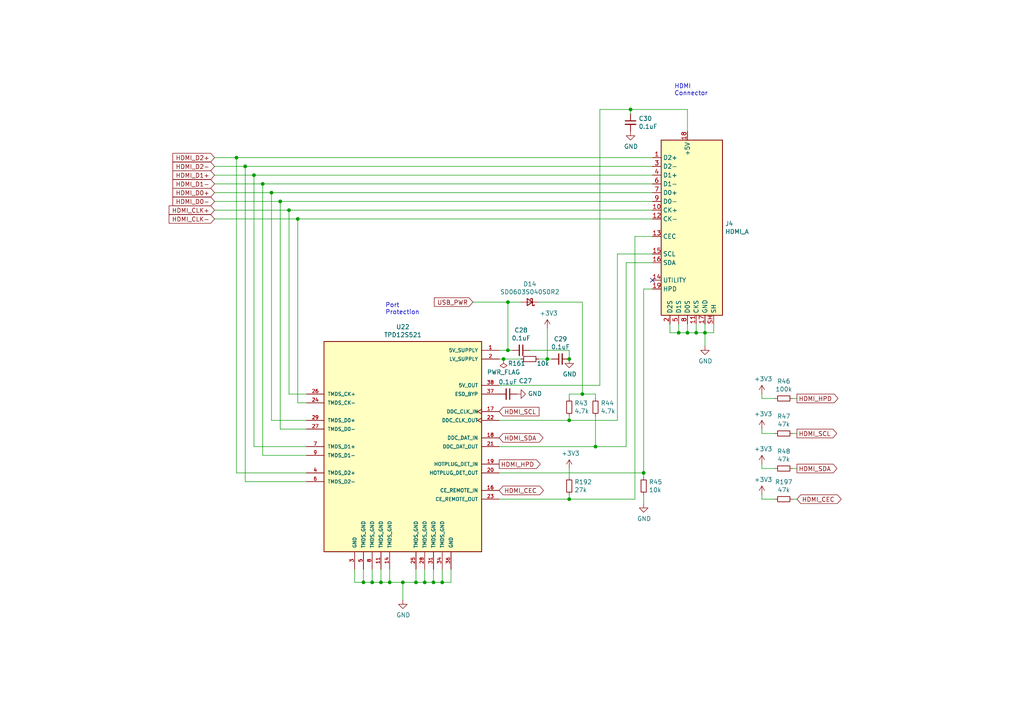
<source format=kicad_sch>
(kicad_sch (version 20211123) (generator eeschema)
  (paper "A4")
  (title_block (title "MNT Reform 2 External Display") (date "2022-10-12") (rev "2.5D-1") (company "MNT Research GmbH") (comment 1 "https://mntre.com") (comment 2 "Engineer: Lukas F. Hartmann") (comment 3 "License: CERN-OHL-S 2.0"))
  (lib_symbols
    (symbol "Device:C_Small" (pin_numbers hide) (pin_names (offset 0.254) hide)
      (property "Reference" "C" (at 0.254 1.778 0))
      (property "Value" "C_Small" (at 0.254 -2.032 0))
      (symbol "C_Small_0_1"
        (polyline (pts (xy -1.524 -0.508) (xy 1.524 -0.508)) (stroke (width 0.3302)))
        (polyline (pts (xy -1.524 0.508) (xy 1.524 0.508)) (stroke (width 0.3048)))
      )
      (symbol "C_Small_1_1"
        (pin passive line (at 0 2.54 270) (length 2.032) (name "~") (number "1"))
        (pin passive line (at 0 -2.54 90) (length 2.032) (name "~") (number "2"))
      )
    )
    (symbol "Device:D_Schottky_Small" (pin_numbers hide) (pin_names (offset 0.254) hide)
      (property "Reference" "D" (at -1.27 2.032 0))
      (property "Value" "D_Schottky_Small" (at -7.112 -2.032 0))
      (symbol "D_Schottky_Small_0_1"
        (polyline (pts (xy -0.762 0) (xy 0.762 0)))
        (polyline (pts (xy 0.762 -1.016) (xy -0.762 0) (xy 0.762 1.016) (xy 0.762 -1.016)) (stroke (width 0.254)))
        (polyline (pts (xy -1.27 0.762) (xy -1.27 1.016) (xy -0.762 1.016) (xy -0.762 -1.016) (xy -0.254 -1.016) (xy -0.254 -0.762)) (stroke (width 0.254)))
      )
      (symbol "D_Schottky_Small_1_1"
        (pin passive line (at -2.54 0 0) (length 1.778) (name "K") (number "1"))
        (pin passive line (at 2.54 0 180) (length 1.778) (name "A") (number "2"))
      )
    )
    (symbol "Device:R_Small" (pin_numbers hide) (pin_names (offset 0.254) hide)
      (property "Reference" "R" (at 0.762 0.508 0))
      (property "Value" "R_Small" (at 0.762 -1.016 0))
      (symbol "R_Small_0_1"
        (rectangle (start -0.762 1.778) (end 0.762 -1.778) (stroke (width 0.2032)))
      )
      (symbol "R_Small_1_1"
        (pin passive line (at 0 2.54 270) (length 0.762) (name "~") (number "1"))
        (pin passive line (at 0 -2.54 90) (length 0.762) (name "~") (number "2"))
      )
    )
    (symbol "power:+3V3" (power) (pin_names (offset 0))
      (property "Value" "+3V3" (at 0 3.556 0))
      (symbol "+3V3_0_1"
        (polyline (pts (xy -0.762 1.27) (xy 0 2.54)))
        (polyline (pts (xy 0 0) (xy 0 2.54)))
        (polyline (pts (xy 0 2.54) (xy 0.762 1.27)))
      )
      (symbol "+3V3_1_1"
        (pin power_in line (at 0 0 90) (length 0) hide (name "+3V3") (number "1"))
      )
    )
    (symbol "power:GND" (power) (pin_names (offset 0))
      (property "Value" "GND" (at 0 -3.81 0))
      (symbol "GND_0_1"
        (polyline (pts (xy 0 0) (xy 0 -1.27) (xy 1.27 -1.27) (xy 0 -2.54) (xy -1.27 -1.27) (xy 0 -1.27)))
      )
      (symbol "GND_1_1"
        (pin power_in line (at 0 0 270) (length 0) hide (name "GND") (number "1"))
      )
    )
    (symbol "power:PWR_FLAG" (power) (pin_numbers hide) (pin_names (offset 0) hide)
      (property "Value" "PWR_FLAG" (at 0 3.81 0))
      (symbol "PWR_FLAG_0_0"
        (pin power_out line (at 0 0 90) (length 0) (name "pwr") (number "1"))
      )
      (symbol "PWR_FLAG_0_1"
        (polyline (pts (xy 0 0) (xy 0 1.27) (xy -1.016 1.905) (xy 0 2.54) (xy 1.016 1.905) (xy 0 1.27)))
      )
    )
    (symbol "reform2-motherboard-rescue:HDMI_A-nologo"
      (property "Reference" "J" (at -6.35 26.67 0))
      (property "Value" "HDMI_A-nologo" (at 10.16 26.67 0))
      (symbol "HDMI_A-nologo_0_1"
        (rectangle (start -7.62 25.4) (end 10.16 -25.4) (stroke (width 0.254)) (fill (type background)))
      )
      (symbol "HDMI_A-nologo_1_1"
        (pin passive line (at -10.16 20.32 0) (length 2.54) (name "D2+") (number "1"))
        (pin passive line (at -10.16 5.08 0) (length 2.54) (name "CK+") (number "10"))
        (pin power_in line (at 2.54 -27.94 90) (length 2.54) (name "CKS") (number "11"))
        (pin passive line (at -10.16 2.54 0) (length 2.54) (name "CK-") (number "12"))
        (pin bidirectional line (at -10.16 -2.54 0) (length 2.54) (name "CEC") (number "13"))
        (pin passive line (at -10.16 -15.24 0) (length 2.54) (name "UTILITY") (number "14"))
        (pin passive line (at -10.16 -7.62 0) (length 2.54) (name "SCL") (number "15"))
        (pin bidirectional line (at -10.16 -10.16 0) (length 2.54) (name "SDA") (number "16"))
        (pin power_in line (at 5.08 -27.94 90) (length 2.54) (name "GND") (number "17"))
        (pin power_in line (at 0 27.94 270) (length 2.54) (name "+5V") (number "18"))
        (pin passive line (at -10.16 -17.78 0) (length 2.54) (name "HPD") (number "19"))
        (pin power_in line (at -5.08 -27.94 90) (length 2.54) (name "D2S") (number "2"))
        (pin passive line (at -10.16 17.78 0) (length 2.54) (name "D2-") (number "3"))
        (pin passive line (at -10.16 15.24 0) (length 2.54) (name "D1+") (number "4"))
        (pin power_in line (at -2.54 -27.94 90) (length 2.54) (name "D1S") (number "5"))
        (pin passive line (at -10.16 12.7 0) (length 2.54) (name "D1-") (number "6"))
        (pin passive line (at -10.16 10.16 0) (length 2.54) (name "D0+") (number "7"))
        (pin power_in line (at 0 -27.94 90) (length 2.54) (name "D0S") (number "8"))
        (pin passive line (at -10.16 7.62 0) (length 2.54) (name "D0-") (number "9"))
        (pin passive line (at 7.62 -27.94 90) (length 2.54) (name "SH") (number "SH"))
      )
    )
    (symbol "reform2:CM2020-00TR" (pin_names (offset 1.016))
      (property "Reference" "U?" (at -22.9362 31.5976 0))
      (property "Value" "CM2020-00TR" (at -7.62 22.86 0))
      (symbol "CM2020-00TR_0_0"
        (rectangle (start -22.86 30.48) (end 22.86 -30.48) (stroke (width 0.254)) (fill (type background)))
        (pin power_in line (at 27.94 27.94 180) (length 5.08) (name "5V_SUPPLY") (number "1"))
        (pin input line (at -27.94 7.62 0) (length 5.08) hide (name "TMDS_D0+") (number "10"))
        (pin power_in line (at -6.35 -35.56 90) (length 5.08) (name "TMDS_GND") (number "11"))
        (pin input line (at -27.94 5.08 0) (length 5.08) hide (name "TMDS_D0-") (number "12"))
        (pin input line (at -27.94 15.24 0) (length 5.08) hide (name "TMDS_CK+") (number "13"))
        (pin power_in line (at -3.81 -35.56 90) (length 5.08) (name "TMDS_GND") (number "14"))
        (pin input line (at -27.94 12.7 0) (length 5.08) hide (name "TMDS_CK-") (number "15"))
        (pin input line (at 27.94 -12.7 180) (length 5.08) (name "CE_REMOTE_IN") (number "16"))
        (pin input clock (at 27.94 10.16 180) (length 5.08) (name "DDC_CLK_IN") (number "17"))
        (pin input line (at 27.94 2.54 180) (length 5.08) (name "DDC_DAT_IN") (number "18"))
        (pin input line (at 27.94 -5.08 180) (length 5.08) (name "HOTPLUG_DET_IN") (number "19"))
        (pin power_in line (at 27.94 25.4 180) (length 5.08) (name "LV_SUPPLY") (number "2"))
        (pin output line (at 27.94 -7.62 180) (length 5.08) (name "HOTPLUG_DET_OUT") (number "20"))
        (pin output line (at 27.94 0 180) (length 5.08) (name "DDC_DAT_OUT") (number "21"))
        (pin output clock (at 27.94 7.62 180) (length 5.08) (name "DDC_CLK_OUT") (number "22"))
        (pin output line (at 27.94 -15.24 180) (length 5.08) (name "CE_REMOTE_OUT") (number "23"))
        (pin input line (at -27.94 12.7 0) (length 5.08) (name "TMDS_CK-") (number "24"))
        (pin power_in line (at 3.81 -35.56 90) (length 5.08) (name "TMDS_GND") (number "25"))
        (pin input line (at -27.94 15.24 0) (length 5.08) (name "TMDS_CK+") (number "26"))
        (pin input line (at -27.94 5.08 0) (length 5.08) (name "TMDS_D0-") (number "27"))
        (pin power_in line (at 6.35 -35.56 90) (length 5.08) (name "TMDS_GND") (number "28"))
        (pin input line (at -27.94 7.62 0) (length 5.08) (name "TMDS_D0+") (number "29"))
        (pin power_in line (at -13.97 -35.56 90) (length 5.08) (name "GND") (number "3"))
        (pin input line (at -27.94 -2.54 0) (length 5.08) hide (name "TMDS_D1-") (number "30"))
        (pin power_in line (at 8.89 -35.56 90) (length 5.08) (name "TMDS_GND") (number "31"))
        (pin input line (at -27.94 0 0) (length 5.08) hide (name "TMDS_D1+") (number "32"))
        (pin input line (at -27.94 -10.16 0) (length 5.08) hide (name "TMDS_D2-") (number "33"))
        (pin power_in line (at 11.43 -35.56 90) (length 5.08) (name "TMDS_GND") (number "34"))
        (pin input line (at -27.94 -7.62 0) (length 5.08) hide (name "TMDS_D2+") (number "35"))
        (pin power_in line (at 13.97 -35.56 90) (length 5.08) (name "GND") (number "36"))
        (pin passive line (at 27.94 15.24 180) (length 5.08) (name "ESD_BYP") (number "37"))
        (pin output line (at 27.94 17.78 180) (length 5.08) (name "5V_OUT") (number "38"))
        (pin input line (at -27.94 -7.62 0) (length 5.08) (name "TMDS_D2+") (number "4"))
        (pin power_in line (at -11.43 -35.56 90) (length 5.08) (name "TMDS_GND") (number "5"))
        (pin input line (at -27.94 -10.16 0) (length 5.08) (name "TMDS_D2-") (number "6"))
        (pin input line (at -27.94 0 0) (length 5.08) (name "TMDS_D1+") (number "7"))
        (pin power_in line (at -8.89 -35.56 90) (length 5.08) (name "TMDS_GND") (number "8"))
        (pin input line (at -27.94 -2.54 0) (length 5.08) (name "TMDS_D1-") (number "9"))
      )
    )
  )
  (junction (at 125.73 168.91))
  (junction (at 110.49 168.91))
  (junction (at 81.28 58.42))
  (junction (at 68.58 45.72))
  (junction (at 201.93 96.52))
  (junction (at 76.2 53.34))
  (junction (at 71.12 48.26))
  (junction (at 158.75 104.14))
  (junction (at 78.74 55.88))
  (junction (at 165.1 121.92))
  (junction (at 199.39 96.52))
  (junction (at 147.32 87.63))
  (junction (at 73.66 50.8))
  (junction (at 172.72 129.54))
  (junction (at 86.36 63.5))
  (junction (at 165.1 144.78))
  (junction (at 123.19 168.91))
  (junction (at 146.05 104.14))
  (junction (at 128.27 168.91))
  (junction (at 113.03 168.91))
  (junction (at 83.82 60.96))
  (junction (at 196.85 96.52))
  (junction (at 120.65 168.91))
  (junction (at 168.91 114.3))
  (junction (at 182.88 31.75))
  (junction (at 107.95 168.91))
  (junction (at 105.41 168.91))
  (junction (at 165.1 104.14))
  (junction (at 186.69 137.16))
  (junction (at 204.47 96.52))
  (junction (at 147.32 101.6))
  (junction (at 116.84 168.91))
  (no_connect (at 189.23 81.28))
  (wire (pts (xy 158.75 95.25) (xy 158.75 104.14)))
  (wire (pts (xy 125.73 165.1) (xy 125.73 168.91)))
  (wire (pts (xy 201.93 96.52) (xy 204.47 96.52)))
  (wire (pts (xy 107.95 165.1) (xy 107.95 168.91)))
  (wire (pts (xy 153.67 101.6) (xy 165.1 101.6)))
  (wire (pts (xy 88.9 137.16) (xy 68.58 137.16)))
  (wire (pts (xy 78.74 121.92) (xy 78.74 55.88)))
  (wire (pts (xy 137.16 87.63) (xy 147.32 87.63)))
  (wire (pts (xy 184.15 144.78) (xy 184.15 68.58)))
  (wire (pts (xy 172.72 115.57) (xy 172.72 114.3)))
  (wire (pts (xy 172.72 129.54) (xy 181.61 129.54)))
  (wire (pts (xy 144.78 129.54) (xy 172.72 129.54)))
  (wire (pts (xy 62.23 45.72) (xy 68.58 45.72)))
  (wire (pts (xy 182.88 31.75) (xy 199.39 31.75)))
  (wire (pts (xy 88.9 132.08) (xy 76.2 132.08)))
  (wire (pts (xy 207.01 96.52) (xy 207.01 93.98)))
  (wire (pts (xy 168.91 87.63) (xy 168.91 114.3)))
  (wire (pts (xy 201.93 93.98) (xy 201.93 96.52)))
  (wire (pts (xy 116.84 168.91) (xy 116.84 173.99)))
  (wire (pts (xy 224.79 125.73) (xy 220.98 125.73)))
  (wire (pts (xy 189.23 63.5) (xy 86.36 63.5)))
  (wire (pts (xy 194.31 96.52) (xy 196.85 96.52)))
  (wire (pts (xy 182.88 33.02) (xy 182.88 31.75)))
  (wire (pts (xy 86.36 116.84) (xy 86.36 63.5)))
  (wire (pts (xy 88.9 116.84) (xy 86.36 116.84)))
  (wire (pts (xy 165.1 114.3) (xy 165.1 115.57)))
  (wire (pts (xy 73.66 50.8) (xy 189.23 50.8)))
  (wire (pts (xy 88.9 114.3) (xy 83.82 114.3)))
  (wire (pts (xy 62.23 55.88) (xy 78.74 55.88)))
  (wire (pts (xy 144.78 137.16) (xy 186.69 137.16)))
  (wire (pts (xy 88.9 121.92) (xy 78.74 121.92)))
  (wire (pts (xy 189.23 53.34) (xy 76.2 53.34)))
  (wire (pts (xy 196.85 93.98) (xy 196.85 96.52)))
  (wire (pts (xy 78.74 55.88) (xy 189.23 55.88)))
  (wire (pts (xy 229.87 125.73) (xy 231.14 125.73)))
  (wire (pts (xy 229.87 144.78) (xy 231.14 144.78)))
  (wire (pts (xy 76.2 53.34) (xy 62.23 53.34)))
  (wire (pts (xy 88.9 129.54) (xy 73.66 129.54)))
  (wire (pts (xy 147.32 87.63) (xy 147.32 101.6)))
  (wire (pts (xy 181.61 76.2) (xy 189.23 76.2)))
  (wire (pts (xy 204.47 96.52) (xy 204.47 100.33)))
  (wire (pts (xy 130.81 168.91) (xy 130.81 165.1)))
  (wire (pts (xy 144.78 111.76) (xy 173.99 111.76)))
  (wire (pts (xy 224.79 115.57) (xy 220.98 115.57)))
  (wire (pts (xy 71.12 139.7) (xy 71.12 48.26)))
  (wire (pts (xy 105.41 168.91) (xy 107.95 168.91)))
  (wire (pts (xy 224.79 144.78) (xy 220.98 144.78)))
  (wire (pts (xy 110.49 165.1) (xy 110.49 168.91)))
  (wire (pts (xy 172.72 120.65) (xy 172.72 129.54)))
  (wire (pts (xy 113.03 168.91) (xy 116.84 168.91)))
  (wire (pts (xy 173.99 111.76) (xy 173.99 31.75)))
  (wire (pts (xy 165.1 144.78) (xy 184.15 144.78)))
  (wire (pts (xy 204.47 93.98) (xy 204.47 96.52)))
  (wire (pts (xy 68.58 137.16) (xy 68.58 45.72)))
  (wire (pts (xy 186.69 137.16) (xy 186.69 83.82)))
  (wire (pts (xy 71.12 48.26) (xy 62.23 48.26)))
  (wire (pts (xy 186.69 143.51) (xy 186.69 146.05)))
  (wire (pts (xy 120.65 165.1) (xy 120.65 168.91)))
  (wire (pts (xy 116.84 168.91) (xy 120.65 168.91)))
  (wire (pts (xy 156.21 87.63) (xy 168.91 87.63)))
  (wire (pts (xy 102.87 168.91) (xy 105.41 168.91)))
  (wire (pts (xy 125.73 168.91) (xy 128.27 168.91)))
  (wire (pts (xy 76.2 132.08) (xy 76.2 53.34)))
  (wire (pts (xy 123.19 168.91) (xy 125.73 168.91)))
  (wire (pts (xy 165.1 120.65) (xy 165.1 121.92)))
  (wire (pts (xy 158.75 104.14) (xy 156.21 104.14)))
  (wire (pts (xy 220.98 135.89) (xy 220.98 134.62)))
  (wire (pts (xy 86.36 63.5) (xy 62.23 63.5)))
  (wire (pts (xy 196.85 96.52) (xy 199.39 96.52)))
  (wire (pts (xy 186.69 138.43) (xy 186.69 137.16)))
  (wire (pts (xy 220.98 144.78) (xy 220.98 143.51)))
  (wire (pts (xy 62.23 60.96) (xy 83.82 60.96)))
  (wire (pts (xy 229.87 135.89) (xy 231.14 135.89)))
  (wire (pts (xy 148.59 101.6) (xy 147.32 101.6)))
  (wire (pts (xy 147.32 101.6) (xy 144.78 101.6)))
  (wire (pts (xy 168.91 114.3) (xy 165.1 114.3)))
  (wire (pts (xy 189.23 48.26) (xy 71.12 48.26)))
  (wire (pts (xy 107.95 168.91) (xy 110.49 168.91)))
  (wire (pts (xy 105.41 165.1) (xy 105.41 168.91)))
  (wire (pts (xy 151.13 104.14) (xy 146.05 104.14)))
  (wire (pts (xy 88.9 139.7) (xy 71.12 139.7)))
  (wire (pts (xy 165.1 121.92) (xy 179.07 121.92)))
  (wire (pts (xy 172.72 114.3) (xy 168.91 114.3)))
  (wire (pts (xy 165.1 138.43) (xy 165.1 135.89)))
  (wire (pts (xy 113.03 165.1) (xy 113.03 168.91)))
  (wire (pts (xy 83.82 60.96) (xy 189.23 60.96)))
  (wire (pts (xy 144.78 121.92) (xy 165.1 121.92)))
  (wire (pts (xy 128.27 168.91) (xy 130.81 168.91)))
  (wire (pts (xy 194.31 93.98) (xy 194.31 96.52)))
  (wire (pts (xy 181.61 129.54) (xy 181.61 76.2)))
  (wire (pts (xy 128.27 165.1) (xy 128.27 168.91)))
  (wire (pts (xy 189.23 58.42) (xy 81.28 58.42)))
  (wire (pts (xy 199.39 96.52) (xy 201.93 96.52)))
  (wire (pts (xy 173.99 31.75) (xy 182.88 31.75)))
  (wire (pts (xy 73.66 129.54) (xy 73.66 50.8)))
  (wire (pts (xy 102.87 165.1) (xy 102.87 168.91)))
  (wire (pts (xy 123.19 165.1) (xy 123.19 168.91)))
  (wire (pts (xy 204.47 96.52) (xy 207.01 96.52)))
  (wire (pts (xy 120.65 168.91) (xy 123.19 168.91)))
  (wire (pts (xy 81.28 124.46) (xy 81.28 58.42)))
  (wire (pts (xy 88.9 124.46) (xy 81.28 124.46)))
  (wire (pts (xy 110.49 168.91) (xy 113.03 168.91)))
  (wire (pts (xy 165.1 143.51) (xy 165.1 144.78)))
  (wire (pts (xy 62.23 50.8) (xy 73.66 50.8)))
  (wire (pts (xy 165.1 101.6) (xy 165.1 104.14)))
  (wire (pts (xy 186.69 83.82) (xy 189.23 83.82)))
  (wire (pts (xy 179.07 121.92) (xy 179.07 73.66)))
  (wire (pts (xy 68.58 45.72) (xy 189.23 45.72)))
  (wire (pts (xy 160.02 104.14) (xy 158.75 104.14)))
  (wire (pts (xy 147.32 87.63) (xy 151.13 87.63)))
  (wire (pts (xy 224.79 135.89) (xy 220.98 135.89)))
  (wire (pts (xy 184.15 68.58) (xy 189.23 68.58)))
  (wire (pts (xy 220.98 125.73) (xy 220.98 124.46)))
  (wire (pts (xy 199.39 93.98) (xy 199.39 96.52)))
  (wire (pts (xy 220.98 115.57) (xy 220.98 114.3)))
  (wire (pts (xy 179.07 73.66) (xy 189.23 73.66)))
  (wire (pts (xy 199.39 31.75) (xy 199.39 38.1)))
  (wire (pts (xy 83.82 114.3) (xy 83.82 60.96)))
  (wire (pts (xy 229.87 115.57) (xy 231.14 115.57)))
  (wire (pts (xy 146.05 104.14) (xy 144.78 104.14)))
  (wire (pts (xy 144.78 144.78) (xy 165.1 144.78)))
  (wire (pts (xy 81.28 58.42) (xy 62.23 58.42)))
  (text "HDMI\nConnector" (at 195.58 27.94 0) (effects (font (size 1.27 1.27)) (justify left bottom)))
  (text "Port\nProtection" (at 111.76 91.44 0) (effects (font (size 1.27 1.27)) (justify left bottom)))
  (global_label "HDMI_HPD" (shape output) (at 231.14 115.57 0) (property "Intersheet References" "${INTERSHEET_REFS}" (effects hide)))
  (global_label "HDMI_D1+" (shape input) (at 62.23 50.8 180) (property "Intersheet References" "${INTERSHEET_REFS}" (effects hide)))
  (global_label "HDMI_SCL" (shape input) (at 144.78 119.38 0) (property "Intersheet References" "${INTERSHEET_REFS}" (effects hide)))
  (global_label "HDMI_D2-" (shape input) (at 62.23 48.26 180) (property "Intersheet References" "${INTERSHEET_REFS}" (effects hide)))
  (global_label "HDMI_D1-" (shape input) (at 62.23 53.34 180) (property "Intersheet References" "${INTERSHEET_REFS}" (effects hide)))
  (global_label "HDMI_SCL" (shape output) (at 231.14 125.73 0) (property "Intersheet References" "${INTERSHEET_REFS}" (effects hide)))
  (global_label "HDMI_SDA" (shape bidirectional) (at 144.78 127 0) (property "Intersheet References" "${INTERSHEET_REFS}" (effects hide)))
  (global_label "HDMI_SDA" (shape output) (at 231.14 135.89 0) (property "Intersheet References" "${INTERSHEET_REFS}" (effects hide)))
  (global_label "HDMI_D0+" (shape input) (at 62.23 55.88 180) (property "Intersheet References" "${INTERSHEET_REFS}" (effects hide)))
  (global_label "HDMI_CEC" (shape bidirectional) (at 144.78 142.24 0) (property "Intersheet References" "${INTERSHEET_REFS}" (effects hide)))
  (global_label "HDMI_D2+" (shape input) (at 62.23 45.72 180) (property "Intersheet References" "${INTERSHEET_REFS}" (effects hide)))
  (global_label "HDMI_CLK+" (shape input) (at 62.23 60.96 180) (property "Intersheet References" "${INTERSHEET_REFS}" (effects hide)))
  (global_label "USB_PWR" (shape input) (at 137.16 87.63 180) (property "Intersheet References" "${INTERSHEET_REFS}" (effects hide)))
  (global_label "HDMI_D0-" (shape input) (at 62.23 58.42 180) (property "Intersheet References" "${INTERSHEET_REFS}" (effects hide)))
  (global_label "HDMI_HPD" (shape output) (at 144.78 134.62 0) (property "Intersheet References" "${INTERSHEET_REFS}" (effects hide)))
  (global_label "HDMI_CEC" (shape bidirectional) (at 231.14 144.78 0) (property "Intersheet References" "${INTERSHEET_REFS}" (effects hide)))
  (global_label "HDMI_CLK-" (shape input) (at 62.23 63.5 180) (property "Intersheet References" "${INTERSHEET_REFS}" (effects hide)))
  (symbol (lib_id "reform2-motherboard-rescue:HDMI_A-nologo") (at 199.39 66.04 0) (unit 1)
    (property "Reference" "J4" (at 210.312 64.8716 0) (effects (justify left)))
    (property "Value" "HDMI_A" (at 210.312 67.183 0) (effects (justify left)))
    (property "Footprint" "footprints:HDMI-685119134923" (effects hide))
    (property "Datasheet" "https://en.wikipedia.org/wiki/HDMI" (effects hide))
    (property "Manufacturer" "Wurth" (effects hide))
    (property "Manufacturer_No" "685119134923" (effects hide))
    (property "Checked" "y" (effects hide))
    (property "Distributor" "Mouser" (effects hide))
  )
  (symbol (lib_id "reform2:CM2020-00TR") (at 116.84 129.54 0) (unit 1)
    (property "Reference" "U22" (at 116.84 94.8182 0))
    (property "Value" "TPD12S521" (at 116.84 97.1296 0))
    (property "Footprint" "footprints:TSSOP50P640X120-38N" (effects hide))
    (property "Manufacturer" "Texas Instruments" (effects hide))
    (property "Manufacturer_No" "TPD12S521" (effects hide))
    (property "Checked" "y" (effects hide))
    (property "Distributor" "Mouser" (effects hide))
  )
  (symbol (lib_id "power:GND") (at 116.84 173.99 0) (unit 1)
    (property "Reference" "#PWR0156" (effects hide))
    (property "Value" "GND" (at 116.967 178.3842 0))
  )
  (symbol (lib_id "power:GND") (at 204.47 100.33 0) (unit 1)
    (property "Reference" "#PWR0157" (effects hide))
    (property "Value" "GND" (at 204.597 104.7242 0))
  )
  (symbol (lib_id "Device:R_Small") (at 186.69 140.97 0) (unit 1)
    (property "Reference" "R45" (at 188.1886 139.8016 0) (effects (justify left)))
    (property "Value" "10k" (at 188.1886 142.113 0) (effects (justify left)))
    (property "Footprint" "Resistor_SMD:R_0603_1608Metric" (effects hide))
    (property "Manufacturer" "Yageo" (effects hide))
    (property "Manufacturer_No" "RC0603FR-0710KL" (effects hide))
    (property "Checked" "y" (effects hide))
  )
  (symbol (lib_id "power:GND") (at 186.69 146.05 0) (unit 1)
    (property "Reference" "#PWR0158" (effects hide))
    (property "Value" "GND" (at 186.817 150.4442 0))
  )
  (symbol (lib_id "Device:C_Small") (at 182.88 35.56 0) (unit 1)
    (property "Reference" "C30" (at 185.2168 34.3916 0) (effects (justify left)))
    (property "Value" "0.1uF" (at 185.2168 36.703 0) (effects (justify left)))
    (property "Footprint" "Capacitor_SMD:C_0603_1608Metric" (effects hide))
    (property "Manufacturer" "Yageo" (effects hide))
    (property "Manufacturer_No" "CC0603JPX7R9BB104" (effects hide))
    (property "Checked" "y" (effects hide))
  )
  (symbol (lib_id "power:GND") (at 182.88 38.1 0) (unit 1)
    (property "Reference" "#PWR0159" (effects hide))
    (property "Value" "GND" (at 183.007 42.4942 0))
  )
  (symbol (lib_id "Device:R_Small") (at 165.1 118.11 0) (unit 1)
    (property "Reference" "R43" (at 166.5986 116.9416 0) (effects (justify left)))
    (property "Value" "4.7k" (at 166.5986 119.253 0) (effects (justify left)))
    (property "Footprint" "Resistor_SMD:R_0603_1608Metric" (effects hide))
    (property "Manufacturer" "Yageo" (effects hide))
    (property "Manufacturer_No" "RC0603FR-074K7L" (effects hide))
    (property "Checked" "y" (effects hide))
    (property "Distributor" "Mouser" (effects hide))
  )
  (symbol (lib_id "Device:R_Small") (at 172.72 118.11 0) (unit 1)
    (property "Reference" "R44" (at 174.2186 116.9416 0) (effects (justify left)))
    (property "Value" "4.7k" (at 174.2186 119.253 0) (effects (justify left)))
    (property "Footprint" "Resistor_SMD:R_0603_1608Metric" (effects hide))
    (property "Manufacturer" "Yageo" (effects hide))
    (property "Manufacturer_No" "RC0603FR-074K7L" (effects hide))
    (property "Checked" "y" (effects hide))
    (property "Distributor" "Mouser" (effects hide))
  )
  (symbol (lib_id "power:+3V3") (at 158.75 95.25 0) (unit 1)
    (property "Reference" "#PWR0163" (effects hide))
    (property "Value" "+3V3" (at 159.131 90.8558 0))
  )
  (symbol (lib_id "Device:C_Small") (at 162.56 104.14 90) (unit 1)
    (property "Reference" "C29" (at 162.56 98.3234 90))
    (property "Value" "0.1uF" (at 162.56 100.6348 90))
    (property "Footprint" "Capacitor_SMD:C_0603_1608Metric" (effects hide))
    (property "Manufacturer" "Yageo" (effects hide))
    (property "Manufacturer_No" "CC0603JPX7R9BB104" (effects hide))
    (property "Checked" "y" (effects hide))
  )
  (symbol (lib_id "power:GND") (at 165.1 104.14 0) (unit 1)
    (property "Reference" "#PWR0164" (effects hide))
    (property "Value" "GND" (at 165.227 108.5342 0))
  )
  (symbol (lib_id "Device:C_Small") (at 151.13 101.6 270) (unit 1)
    (property "Reference" "C28" (at 151.13 95.7834 90))
    (property "Value" "0.1uF" (at 151.13 98.0948 90))
    (property "Footprint" "Capacitor_SMD:C_0603_1608Metric" (effects hide))
    (property "Manufacturer" "Yageo" (effects hide))
    (property "Manufacturer_No" "CC0603JPX7R9BB104" (effects hide))
    (property "Checked" "y" (effects hide))
  )
  (symbol (lib_id "power:+3V3") (at 220.98 114.3 0) (unit 1)
    (property "Reference" "#PWR0166" (effects hide))
    (property "Value" "+3V3" (at 221.361 109.9058 0))
  )
  (symbol (lib_id "Device:R_Small") (at 227.33 115.57 270) (unit 1)
    (property "Reference" "R46" (at 227.33 110.5916 90))
    (property "Value" "100k" (at 227.33 112.903 90))
    (property "Footprint" "Resistor_SMD:R_0603_1608Metric" (effects hide))
    (property "Manufacturer" "Vishay Dale" (effects hide))
    (property "Manufacturer_No" "CRCW0603100KJNEAC" (effects hide))
    (property "Distributor" "Mouser" (effects hide))
    (property "Checked" "y" (effects hide))
  )
  (symbol (lib_id "Device:C_Small") (at 147.32 114.3 270) (unit 1)
    (property "Reference" "C27" (at 152.4 110.49 90))
    (property "Value" "0.1uF" (at 147.32 110.7948 90))
    (property "Footprint" "Capacitor_SMD:C_0603_1608Metric" (effects hide))
    (property "Manufacturer" "Yageo" (effects hide))
    (property "Manufacturer_No" "CC0603JPX7R9BB104" (effects hide))
    (property "Checked" "y" (effects hide))
  )
  (symbol (lib_id "power:GND") (at 149.86 114.3 90) (unit 1)
    (property "Reference" "#PWR0167" (effects hide))
    (property "Value" "GND" (at 153.1112 114.173 90) (effects (justify right)))
  )
  (symbol (lib_id "power:+3V3") (at 220.98 124.46 0) (unit 1)
    (property "Reference" "#PWR0168" (effects hide))
    (property "Value" "+3V3" (at 221.361 120.0658 0))
  )
  (symbol (lib_id "Device:R_Small") (at 227.33 125.73 270) (unit 1)
    (property "Reference" "R47" (at 227.33 120.7516 90))
    (property "Value" "47k" (at 227.33 123.063 90))
    (property "Footprint" "Resistor_SMD:R_0603_1608Metric" (effects hide))
    (property "Manufacturer" "Vishay Dale" (effects hide))
    (property "Manufacturer_No" "CRCW060347K0FKEAC" (effects hide))
    (property "Distributor" "Mouser" (effects hide))
    (property "Checked" "y" (effects hide))
  )
  (symbol (lib_id "power:+3V3") (at 220.98 134.62 0) (unit 1)
    (property "Reference" "#PWR0169" (effects hide))
    (property "Value" "+3V3" (at 221.361 130.2258 0))
  )
  (symbol (lib_id "Device:R_Small") (at 227.33 135.89 270) (unit 1)
    (property "Reference" "R48" (at 227.33 130.9116 90))
    (property "Value" "47k" (at 227.33 133.223 90))
    (property "Footprint" "Resistor_SMD:R_0603_1608Metric" (effects hide))
    (property "Manufacturer" "Vishay Dale" (effects hide))
    (property "Manufacturer_No" "CRCW060347K0FKEAC" (effects hide))
    (property "Distributor" "Mouser" (effects hide))
    (property "Checked" "y" (effects hide))
  )
  (symbol (lib_id "power:PWR_FLAG") (at 146.05 104.14 180) (unit 1)
    (property "Reference" "#FLG0120" (effects hide))
    (property "Value" "PWR_FLAG" (at 146.05 107.95 0))
  )
  (symbol (lib_id "power:+3V3") (at 165.1 135.89 0) (unit 1)
    (property "Reference" "#PWR0239" (effects hide))
    (property "Value" "+3V3" (at 165.481 131.4958 0))
  )
  (symbol (lib_id "power:+3V3") (at 220.98 143.51 0) (unit 1)
    (property "Reference" "#PWR0246" (effects hide))
    (property "Value" "+3V3" (at 221.361 139.1158 0))
  )
  (symbol (lib_id "Device:R_Small") (at 227.33 144.78 270) (unit 1)
    (property "Reference" "R197" (at 227.33 139.8016 90))
    (property "Value" "47k" (at 227.33 142.113 90))
    (property "Footprint" "Resistor_SMD:R_0603_1608Metric" (effects hide))
    (property "Manufacturer" "Vishay Dale" (effects hide))
    (property "Manufacturer_No" "CRCW060347K0FKEAC" (effects hide))
    (property "Distributor" "Mouser" (effects hide))
    (property "Checked" "y" (effects hide))
  )
  (symbol (lib_id "Device:R_Small") (at 165.1 140.97 0) (unit 1)
    (property "Reference" "R192" (at 166.5986 139.8016 0) (effects (justify left)))
    (property "Value" "27k" (at 166.5986 142.113 0) (effects (justify left)))
    (property "Footprint" "Resistor_SMD:R_0603_1608Metric" (effects hide))
    (property "Manufacturer" "Bourns" (effects hide))
    (property "Manufacturer_No" "CR0603-FX-2702ELF" (effects hide))
    (property "Checked" "y" (effects hide))
    (property "Distributor" "Mouser" (effects hide))
  )
  (symbol (lib_id "Device:D_Schottky_Small") (at 153.67 87.63 180) (unit 1)
    (property "Reference" "D14" (at 153.67 82.3722 0))
    (property "Value" "SD0603S040S0R2" (at 153.67 84.6836 0))
    (property "Footprint" "Diode_SMD:D_0603_1608Metric_Castellated" (effects hide))
    (property "Distributor" "Mouser" (effects hide))
    (property "Manufacturer" "AVX" (effects hide))
    (property "Manufacturer_No" "SD0603S040S0R2" (effects hide))
    (property "Checked" "y" (effects hide))
  )
  (symbol (lib_id "Device:R_Small") (at 153.67 104.14 270) (unit 1)
    (property "Reference" "R161" (at 149.86 105.41 90))
    (property "Value" "10k" (at 157.48 105.41 90))
    (property "Footprint" "Resistor_SMD:R_0603_1608Metric" (effects hide))
    (property "Checked" "y" (effects hide))
    (property "Manufacturer" "Yageo" (effects hide))
    (property "Manufacturer_No" "RC0603FR-0710KL" (effects hide))
  )
)
</source>
